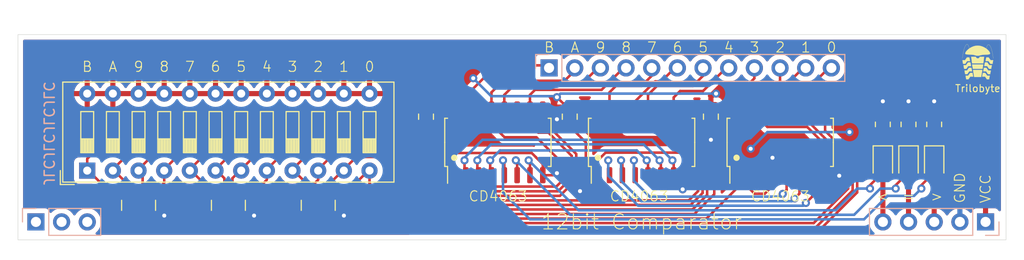
<source format=kicad_pcb>
(kicad_pcb (version 20211014) (generator pcbnew)
  (layers (0 "F.Cu" signal) (31 "B.Cu" signal) (34 "B.Paste" user) (35 "F.Paste" user) (36 "B.SilkS" user "B.Silkscreen") (37 "F.SilkS" user "F.Silkscreen") (38 "B.Mask" user) (39 "F.Mask" user) (44 "Edge.Cuts" user))
  (net 0 "")
  (net 1 "VCC")
  (net 2 "GND")
  (net 3 "Net-(U5-Pad5)")
  (net 4 "Net-(U5-Pad6)")
  (net 5 "Net-(U5-Pad7)")
  (net 6 "COUNT3")
  (net 7 "COUNT2")
  (net 8 "COUNT1")
  (net 9 "COUNT0")
  (net 10 "COUNT7")
  (net 11 "COUNT6")
  (net 12 "COUNT5")
  (net 13 "COUNT4")
  (net 14 "COUNT11")
  (net 15 "COUNT10")
  (net 16 "COUNT9")
  (net 17 "COUNT8")
  (net 18 "~{EQ0}")
  (net 19 "~{GT0}")
  (net 20 "~{LT0}")
  (net 21 "/Horizontal Timing/Comparator/D0_0")
  (net 22 "/Horizontal Timing/Comparator/D0_2")
  (net 23 "/Horizontal Timing/Comparator/D0_1")
  (net 24 "/Horizontal Timing/Comparator/D0_3")
  (net 25 "/Horizontal Timing/Comparator/D0_4")
  (net 26 "/Horizontal Timing/Comparator/D0_6")
  (net 27 "/Horizontal Timing/Comparator/D0_5")
  (net 28 "/Horizontal Timing/Comparator/D0_7")
  (net 29 "/Horizontal Timing/Comparator/D0_8")
  (net 30 "/Horizontal Timing/Comparator/D0_10")
  (net 31 "/Horizontal Timing/Comparator/D0_9")
  (net 32 "/Horizontal Timing/Comparator/D0_11")
  (net 33 "Net-(U4-Pad5)")
  (net 34 "Net-(U4-Pad6)")
  (net 35 "Net-(U4-Pad7)")
  (net 39 "Net-(D4-Pad1)")
  (net 40 "Net-(D5-Pad1)")
  (net 41 "Net-(D6-Pad1)")
  (footprint "LED_SMD:LED_0805_2012Metric" (layer "F.Cu") (at 197.612 99.06 -90)
    (fp_text reference "D6" hide)
    (fp_text value "LED" hide)
  )
  (footprint "Capacitor_SMD:C_0805_2012Metric" (layer "F.Cu") (at 161.544 94.488 -90)
    (fp_text reference "C11" hide)
    (fp_text value "C" hide)
  )
  (footprint "Capacitor_SMD:C_0805_2012Metric" (layer "F.Cu") (at 147.32 94.488 -90)
    (fp_text reference "C12" hide)
    (fp_text value "C" hide)
  )
  (footprint "Resistor_SMD:R_Array_Convex_4x0603" (layer "F.Cu") (at 118.872 103.261021 -90)
    (fp_text reference "RN6" hide)
    (fp_text value "R_Pack04" hide)
  )
  (footprint "Resistor_SMD:R_Array_Convex_4x0603" (layer "F.Cu") (at 136.652 103.261021 -90)
    (fp_text reference "RN4" hide)
    (fp_text value "R_Pack04" hide)
  )
  (footprint "Package_SO:SOIC-16_4.55x10.3mm_P1.27mm" (layer "F.Cu") (at 182.372 97.028 90)
    (fp_text reference "U4" hide)
    (fp_text value "CD4063" hide)
  )
  (footprint "Resistor_SMD:R_0805_2012Metric" (layer "F.Cu") (at 192.532 95.25 90)
    (fp_text reference "R4" hide)
    (fp_text value "R_US" hide)
  )
  (footprint "LED_SMD:LED_0805_2012Metric" (layer "F.Cu") (at 195.072 99.06 -90)
    (fp_text reference "D5" hide)
    (fp_text value "LED" hide)
  )
  (footprint "Resistor_SMD:R_0805_2012Metric" (layer "F.Cu") (at 195.072 95.25 90)
    (fp_text reference "R5" hide)
    (fp_text value "R_US" hide)
  )
  (footprint "Resistor_SMD:R_0805_2012Metric" (layer "F.Cu") (at 197.612 95.25 90)
    (fp_text reference "R6" hide)
    (fp_text value "R_US" hide)
  )
  (footprint "Package_SO:SOIC-16_4.55x10.3mm_P1.27mm" (layer "F.Cu") (at 154.432 97.028 90)
    (fp_text reference "U6" hide)
    (fp_text value "CD4063" hide)
  )
  (footprint "LED_SMD:LED_0805_2012Metric" (layer "F.Cu") (at 192.532 99.06 -90)
    (fp_text reference "D4" hide)
    (fp_text value "LED" hide)
  )
  (footprint "Stephenv6:trilobyte-logo-tiny" (layer "F.Cu") (at 201.92 83.188558)
    (fp_text reference "REF**" hide)
    (fp_text value "trilobyte-logo-tiny" hide)
  )
  (footprint "Button_Switch_THT:SW_DIP_SPSTx12_Slide_9.78x32.66mm_W7.62mm_P2.54mm" (layer "F.Cu") (at 113.787 99.822 90)
    (fp_text reference "SW2" hide)
    (fp_text value "SW_DIP_x12" hide)
  )
  (footprint "Resistor_SMD:R_Array_Convex_4x0603" (layer "F.Cu") (at 127.762 103.261021 -90)
    (fp_text reference "RN5" hide)
    (fp_text value "R_Pack04" hide)
  )
  (footprint "Package_SO:SOIC-16_4.55x10.3mm_P1.27mm" (layer "F.Cu") (at 168.656 97.028 90)
    (fp_text reference "U5" hide)
    (fp_text value "CD4063" hide)
  )
  (footprint "Capacitor_SMD:C_0805_2012Metric" (layer "F.Cu") (at 175.514 94.488 -90)
    (fp_text reference "C13" hide)
    (fp_text value "C" hide)
  )
  (footprint "Connector_PinHeader_2.54mm:PinHeader_1x05_P2.54mm_Vertical" (layer "B.Cu") (at 202.697 104.902 90)
    (fp_text reference "J8" hide)
    (fp_text value "Conn_01x05" hide)
  )
  (footprint "Connector_PinHeader_2.54mm:PinHeader_1x03_P2.54mm_Vertical" (layer "B.Cu") (at 108.712 104.902 -90)
    (fp_text reference "J29" hide)
    (fp_text value "Conn_01x03" hide)
  )
  (footprint "Connector_PinHeader_2.54mm:PinHeader_1x12_P2.54mm_Vertical" (layer "B.Cu") (at 159.497 89.662 -90)
    (fp_text reference "J7" hide)
    (fp_text value "Conn_01x12" hide)
  )
  (gr_circle (center 150.114 98.552) (end 150.368 98.552) (layer "F.SilkS") (width 0.12) (fill solid))
  (gr_circle (center 178.054 98.552) (end 178.308 98.552) (layer "F.SilkS") (width 0.12) (fill solid))
  (gr_circle (center 164.338 98.552) (end 164.592 98.552) (layer "F.SilkS") (width 0.12) (fill solid))
  (gr_rect (start 106.934 106.68) (end 204.724 86.36) (layer "Edge.Cuts") (width 0.05) (fill none))
  (gr_text "JLCJLCJLCJLC" (at 109.982 96.149021 270) (layer "B.SilkS") (effects (font (size 1 1)) (justify mirror)))
  (gr_text "7" (at 123.952 89.545021) (layer "F.SilkS") (effects (font (size 1 1) (thickness 0.1))))
  (gr_text "6" (at 172.212 87.63) (layer "F.SilkS") (effects (font (size 1 1) (thickness 0.1))))
  (gr_text "1" (at 139.192 89.545021) (layer "F.SilkS") (effects (font (size 1 1) (thickness 0.1))))
  (gr_text "<" (at 192.532 102.362) (layer "F.SilkS") (effects (font (size 1 1) (thickness 0.1))))
  (gr_text "=" (at 195.072 102.362) (layer "F.SilkS") (effects (font (size 1 1) (thickness 0.1))))
  (gr_text "0" (at 141.732 89.545021) (layer "F.SilkS") (effects (font (size 1 1) (thickness 0.1))))
  (gr_text "B" (at 159.512 87.63) (layer "F.SilkS") (effects (font (size 1 1) (thickness 0.1))))
  (gr_text "5" (at 129.032 89.545021) (layer "F.SilkS") (effects (font (size 1 1) (thickness 0.1))))
  (gr_text "7" (at 169.672 87.63) (layer "F.SilkS") (effects (font (size 1 1) (thickness 0.1))))
  (gr_text "9" (at 164.592 87.63) (layer "F.SilkS") (effects (font (size 1 1) (thickness 0.1))))
  (gr_text "CD4063" (at 182.387 102.362) (layer "F.SilkS") (effects (font (size 1 1) (thickness 0.1))))
  (gr_text "9" (at 118.872 89.545021) (layer "F.SilkS") (effects (font (size 1 1) (thickness 0.1))))
  (gr_text "VCC" (at 202.692 103.124 90) (layer "F.SilkS") (effects (font (size 1 1) (thickness 0.1)) (justify left)))
  (gr_text "4" (at 177.292 87.63) (layer "F.SilkS") (effects (font (size 1 1) (thickness 0.1))))
  (gr_text "5" (at 174.752 87.63) (layer "F.SilkS") (effects (font (size 1 1) (thickness 0.1))))
  (gr_text "8" (at 121.412 89.545021) (layer "F.SilkS") (effects (font (size 1 1) (thickness 0.1))))
  (gr_text "0" (at 187.452 87.63) (layer "F.SilkS") (effects (font (size 1 1) (thickness 0.1))))
  (gr_text "A" (at 162.052 87.63) (layer "F.SilkS") (effects (font (size 1 1) (thickness 0.1))))
  (gr_text "GND" (at 200.152 103.124 90) (layer "F.SilkS") (effects (font (size 1 1) (thickness 0.1)) (justify left)))
  (gr_text "8" (at 167.132 87.63) (layer "F.SilkS") (effects (font (size 1 1) (thickness 0.1))))
  (gr_text "Trilobyte" (at 201.93 91.694) (layer "F.SilkS") (effects (font (size 0.7 0.7) (thickness 0.1))))
  (gr_text "3" (at 134.112 89.545021) (layer "F.SilkS") (effects (font (size 1 1) (thickness 0.1))))
  (gr_text "6" (at 126.492 89.545021) (layer "F.SilkS") (effects (font (size 1 1) (thickness 0.1))))
  (gr_text "A" (at 116.332 89.545021) (layer "F.SilkS") (effects (font (size 1 1) (thickness 0.1))))
  (gr_text "3" (at 179.832 87.63) (layer "F.SilkS") (effects (font (size 1 1) (thickness 0.1))))
  (gr_text "12bit Comparator" (at 168.656 104.902) (layer "F.SilkS") (effects (font (size 1.5 1.5) (thickness 0.1))))
  (gr_text "B" (at 113.792 89.545021) (layer "F.SilkS") (effects (font (size 1 1) (thickness 0.1))))
  (gr_text "1" (at 184.912 87.63) (layer "F.SilkS") (effects (font (size 1 1) (thickness 0.1))))
  (gr_text "CD4063" (at 154.447 102.362) (layer "F.SilkS") (effects (font (size 1 1) (thickness 0.1))))
  (gr_text "4" (at 131.572 89.545021) (layer "F.SilkS") (effects (font (size 1 1) (thickness 0.1))))
  (gr_text "2" (at 182.372 87.63) (layer "F.SilkS") (effects (font (size 1 1) (thickness 0.1))))
  (gr_text "2" (at 136.652 89.545021) (layer "F.SilkS") (effects (font (size 1 1) (thickness 0.1))))
  (gr_text ">" (at 197.866 102.362) (layer "F.SilkS") (effects (font (size 1 1) (thickness 0.1))))
  (gr_text "CD4063" (at 168.417 102.362) (layer "F.SilkS") (effects (font (size 1 1) (thickness 0.1))))
  (segment (start 149.747 93.538) (end 147.32 93.538) (width 0.25) (layer "F.Cu") (net 1))
  (segment (start 175.514 92.71) (end 176.022 92.202) (width 0.25) (layer "F.Cu") (net 1))
  (segment (start 177.927 96.139) (end 177.927 93.778) (width 0.25) (layer "F.Cu") (net 1))
  (segment (start 164.211 93.778) (end 161.784 93.778) (width 0.25) (layer "F.Cu") (net 1))
  (segment (start 180.467 98.679) (end 177.927 96.139) (width 0.25) (layer "F.Cu") (net 1))
  (segment (start 175.514 93.538) (end 177.687 93.538) (width 0.25) (layer "F.Cu") (net 1))
  (segment (start 161.544 93.538) (end 161.256478 93.538) (width 0.25) (layer "F.Cu") (net 1))
  (segment (start 177.687 93.538) (end 177.927 93.778) (width 0.25) (layer "F.Cu") (net 1))
  (segment (start 175.514 93.538) (end 175.514 92.71) (width 0.25) (layer "F.Cu") (net 1))
  (segment (start 161.256478 93.538) (end 160.274 92.555522) (width 0.25) (layer "F.Cu") (net 1))
  (segment (start 149.987 93.778) (end 149.747 93.538) (width 0.25) (layer "F.Cu") (net 1))
  (segment (start 161.784 93.778) (end 161.544 93.538) (width 0.25) (layer "F.Cu") (net 1))
  (segment (start 180.467 100.278) (end 180.467 98.679) (width 0.25) (layer "F.Cu") (net 1))
  (via (at 160.274 92.555522) (size 0.8) (drill 0.4) (layers "F.Cu" "B.Cu") (net 1))
  (via (at 176.022 92.202) (size 0.8) (drill 0.4) (layers "F.Cu" "B.Cu") (net 1))
  (via (at 151.991896 90.678) (size 0.8) (drill 0.4) (layers "F.Cu" "B.Cu") (net 1))
  (via (at 179.451 97.663) (size 0.8) (drill 0.4) (layers "F.Cu" "B.Cu") (net 1))
  (via (at 189.23 96.012) (size 0.8) (drill 0.4) (layers "F.Cu" "B.Cu") (net 1))
  (segment (start 181.102 96.012) (end 189.23 96.012) (width 0.25) (layer "B.Cu") (net 1))
  (segment (start 160.174478 92.456) (end 160.274 92.555522) (width 0.25) (layer "B.Cu") (net 1))
  (segment (start 179.451 97.663) (end 181.102 96.012) (width 0.25) (layer "B.Cu") (net 1))
  (segment (start 176.022 92.202) (end 160.627522 92.202) (width 0.25) (layer "B.Cu") (net 1))
  (segment (start 160.627522 92.202) (end 160.274 92.555522) (width 0.25) (layer "B.Cu") (net 1))
  (segment (start 153.769896 92.456) (end 160.174478 92.456) (width 0.25) (layer "B.Cu") (net 1))
  (segment (start 151.991896 90.678) (end 153.769896 92.456) (width 0.25) (layer "B.Cu") (net 1))
  (segment (start 192.532 94.3375) (end 192.532 92.964) (width 0.5) (layer "F.Cu") (net 2))
  (segment (start 181.737 101.219) (end 181.737 100.278) (width 0.25) (layer "F.Cu") (net 2))
  (segment (start 157.780099 98.081499) (end 158.204501 98.505901) (width 0.25) (layer "F.Cu") (net 2))
  (segment (start 120.072 104.161021) (end 121.296 104.161021) (width 0.25) (layer "F.Cu") (net 2))
  (segment (start 188.162 100.278) (end 188.214 100.33) (width 0.25) (layer "F.Cu") (net 2))
  (segment (start 160.97 95.438) (end 160.274 94.742) (width 0.25) (layer "F.Cu") (net 2))
  (segment (start 180.848 102.108) (end 181.737 101.219) (width 0.25) (layer "F.Cu") (net 2))
  (segment (start 173.101 101.294945) (end 172.72 101.675945) (width 0.25) (layer "F.Cu") (net 2))
  (segment (start 195.072 94.3375) (end 195.072 92.964) (width 0.5) (layer "F.Cu") (net 2))
  (segment (start 158.204501 98.505901) (end 158.204501 98.514501) (width 0.25) (layer "F.Cu") (net 2))
  (segment (start 175.514 95.438) (end 175.514 96.774) (width 0.25) (layer "F.Cu") (net 2))
  (segment (start 135.452 104.161021) (end 137.852 104.161021) (width 0.25) (layer "F.Cu") (net 2))
  (segment (start 173.101 100.278) (end 173.101 101.294945) (width 0.25) (layer "F.Cu") (net 2))
  (segment (start 179.197 100.278) (end 179.197 101.473) (width 0.25) (layer "F.Cu") (net 2))
  (segment (start 130.186 104.161021) (end 130.302 104.277021) (width 0.25) (layer "F.Cu") (net 2))
  (segment (start 160.072 100.278) (end 160.274 100.076) (width 0.25) (layer "F.Cu") (net 2))
  (segment (start 158.877 99.187) (end 158.877 100.278) (width 0.25) (layer "F.Cu") (net 2))
  (segment (start 139.076 104.161021) (end 139.192 104.277021) (width 0.25) (layer "F.Cu") (net 2))
  (segment (start 186.817 100.278) (end 188.162 100.278) (width 0.25) (layer "F.Cu") (net 2))
  (segment (start 128.962 104.161021) (end 126.562 104.161021) (width 0.25) (layer "F.Cu") (net 2))
  (segment (start 163.134 97.028) (end 163.134 101.28) (width 0.25) (layer "F.Cu") (net 2))
  (segment (start 181.737 100.278) (end 181.737 98.679) (width 0.25) (layer "F.Cu") (net 2))
  (segment (start 121.296 104.161021) (end 121.412 104.277021) (width 0.25) (layer "F.Cu") (net 2))
  (segment (start 163.134 101.28) (end 162.56 101.854) (width 0.25) (layer "F.Cu") (net 2))
  (segment (start 161.544 95.438) (end 163.134 97.028) (width 0.25) (layer "F.Cu") (net 2))
  (segment (start 158.204501 98.514501) (end 158.877 99.187) (width 0.25) (layer "F.Cu") (net 2))
  (segment (start 161.544 95.438) (end 160.97 95.438) (width 0.25) (layer "F.Cu") (net 2))
  (segment (start 179.197 101.473) (end 179.832 102.108) (width 0.25) (layer "F.Cu") (net 2))
  (segment (start 147.32 95.438) (end 149.963499 98.081499) (width 0.25) (layer "F.Cu") (net 2))
  (segment (start 179.832 102.108) (end 180.848 102.108) (width 0.25) (layer "F.Cu") (net 2))
  (segment (start 120.072 104.161021) (end 117.672 104.161021) (width 0.25) (layer "F.Cu") (net 2))
  (segment (start 149.963499 98.081499) (end 157.780099 98.081499) (width 0.25) (layer "F.Cu") (net 2))
  (segment (start 137.852 104.161021) (end 139.076 104.161021) (width 0.25) (layer "F.Cu") (net 2))
  (segment (start 181.737 98.679) (end 181.61 98.552) (width 0.25) (layer "F.Cu") (net 2))
  (segment (start 158.877 100.278) (end 160.072 100.278) (width 0.25) (layer "F.Cu") (net 2))
  (segment (start 197.612 94.3375) (end 197.612 92.964) (width 0.5) (layer "F.Cu") (net 2))
  (segment (start 128.962 104.161021) (end 130.186 104.161021) (width 0.25) (layer "F.Cu") (net 2))
  (via (at 192.532 92.964) (size 0.8) (drill 0.4) (layers "F.Cu" "B.Cu") (net 2))
  (via (at 175.514 96.774) (size 0.8) (drill 0.4) (layers "F.Cu" "B.Cu") (net 2))
  (via (at 172.72 101.675945) (size 0.8) (drill 0.4) (layers "F.Cu" "B.Cu") (net 2))
  (via (at 188.214 100.33) (size 0.8) (drill 0.4) (layers "F.Cu" "B.Cu") (net 2))
  (via (at 139.192 104.277021) (size 0.8) (drill 0.4) (layers "F.Cu" "B.Cu") (net 2))
  (via (at 197.612 92.964) (size 0.8) (drill 0.4) (layers "F.Cu" "B.Cu") (net 2))
  (via (at 121.412 104.277021) (size 0.8) (drill 0.4) (layers "F.Cu" "B.Cu") (net 2))
  (via (at 160.274 100.076) (size 0.8) (drill 0.4) (layers "F.Cu" "B.Cu") (net 2))
  (via (at 195.072 92.964) (size 0.8) (drill 0.4) (layers "F.Cu" "B.Cu") (net 2))
  (via (at 130.302 104.277021) (size 0.8) (drill 0.4) (layers "F.Cu" "B.Cu") (net 2))
  (via (at 160.274 94.742) (size 0.8) (drill 0.4) (layers "F.Cu" "B.Cu") (net 2))
  (via (at 181.61 98.552) (size 0.8) (drill 0.4) (layers "F.Cu" "B.Cu") (net 2))
  (via (at 162.56 101.854) (size 0.8) (drill 0.4) (layers "F.Cu" "B.Cu") (net 2))
  (segment (start 169.291 98.933) (end 169.164 98.806) (width 0.25) (layer "F.Cu") (net 3))
  (segment (start 153.67 100.151) (end 153.797 100.278) (width 0.25) (layer "F.Cu") (net 3))
  (segment (start 169.291 100.278) (end 169.291 98.933) (width 0.25) (layer "F.Cu") (net 3))
  (segment (start 153.67 98.806) (end 153.67 100.151) (width 0.25) (layer "F.Cu") (net 3))
  (via (at 169.164 98.806) (size 0.8) (drill 0.4) (layers "F.Cu" "B.Cu") (net 3))
  (via (at 153.67 98.806) (size 0.8) (drill 0.4) (layers "F.Cu" "B.Cu") (net 3))
  (segment (start 168.185499 97.827499) (end 154.639901 97.827499) (width 0.25) (layer "B.Cu") (net 3))
  (segment (start 153.67 98.7974) (end 153.67 98.806) (width 0.25) (layer "B.Cu") (net 3))
  (segment (start 154.639901 97.827499) (end 153.67 98.7974) (width 0.25) (layer "B.Cu") (net 3))
  (segment (start 169.164 98.806) (end 168.185499 97.827499) (width 0.25) (layer "B.Cu") (net 3))
  (segment (start 170.561 98.933) (end 170.434 98.806) (width 0.25) (layer "F.Cu") (net 4))
  (segment (start 152.4 100.151) (end 152.527 100.278) (width 0.25) (layer "F.Cu") (net 4))
  (segment (start 152.4 98.806) (end 152.4 100.151) (width 0.25) (layer "F.Cu") (net 4))
  (segment (start 170.561 100.278) (end 170.561 98.933) (width 0.25) (layer "F.Cu") (net 4))
  (via (at 152.4 98.806) (size 0.8) (drill 0.4) (layers "F.Cu" "B.Cu") (net 4))
  (via (at 170.434 98.806) (size 0.8) (drill 0.4) (layers "F.Cu" "B.Cu") (net 4))
  (segment (start 168.85151 97.22351) (end 153.757389 97.223511) (width 0.25) (layer "B.Cu") (net 4))
  (segment (start 170.434 98.806) (end 168.85151 97.22351) (width 0.25) (layer "B.Cu") (net 4))
  (segment (start 153.757389 97.223511) (end 152.4 98.5809) (width 0.25) (layer "B.Cu") (net 4))
  (segment (start 152.4 98.5809) (end 152.4 98.806) (width 0.25) (layer "B.Cu") (net 4))
  (segment (start 171.831 98.933) (end 171.704 98.806) (width 0.25) (layer "F.Cu") (net 5))
  (segment (start 151.13 100.151) (end 151.257 100.278) (width 0.25) (layer "F.Cu") (net 5))
  (segment (start 151.13 98.806) (end 151.13 100.151) (width 0.25) (layer "F.Cu") (net 5))
  (segment (start 171.831 100.278) (end 171.831 98.933) (width 0.25) (layer "F.Cu") (net 5))
  (via (at 171.704 98.806) (size 0.8) (drill 0.4) (layers "F.Cu" "B.Cu") (net 5))
  (via (at 151.13 98.806) (size 0.8) (drill 0.4) (layers "F.Cu" "B.Cu") (net 5))
  (segment (start 171.704 98.806) (end 169.672 96.774) (width 0.25) (layer "B.Cu") (net 5))
  (segment (start 169.672 96.774) (end 168.402 96.774) (width 0.25) (layer "B.Cu") (net 5))
  (segment (start 151.638 98.044) (end 151.13 98.552) (width 0.25) (layer "B.Cu") (net 5))
  (segment (start 152.908 96.774) (end 151.638 98.044) (width 0.25) (layer "B.Cu") (net 5))
  (segment (start 168.402 96.774) (end 152.908 96.774) (width 0.25) (layer "B.Cu") (net 5))
  (segment (start 151.13 98.552) (end 151.13 98.806) (width 0.25) (layer "B.Cu") (net 5))
  (segment (start 179.197 91.313) (end 179.197 93.778) (width 0.25) (layer "F.Cu") (net 6))
  (segment (start 179.817 89.408) (end 179.817 90.693) (width 0.25) (layer "F.Cu") (net 6))
  (segment (start 179.817 90.693) (end 179.197 91.313) (width 0.25) (layer "F.Cu") (net 6))
  (segment (start 182.357 90.947) (end 181.737 91.567) (width 0.25) (layer "F.Cu") (net 7))
  (segment (start 182.357 89.408) (end 182.357 90.947) (width 0.25) (layer "F.Cu") (net 7))
  (segment (start 181.737 91.567) (end 181.737 93.778) (width 0.25) (layer "F.Cu") (net 7))
  (segment (start 183.007 91.298) (end 183.007 93.778) (width 0.25) (layer "F.Cu") (net 8))
  (segment (start 184.897 89.408) (end 183.007 91.298) (width 0.25) (layer "F.Cu") (net 8))
  (segment (start 185.547 91.298) (end 185.547 93.778) (width 0.25) (layer "F.Cu") (net 9))
  (segment (start 187.437 89.408) (end 185.547 91.298) (width 0.25) (layer "F.Cu") (net 9))
  (segment (start 165.481 92.075) (end 165.481 93.778) (width 0.25) (layer "F.Cu") (net 10))
  (segment (start 169.657 90.439) (end 168.656 91.44) (width 0.25) (layer "F.Cu") (net 10))
  (segment (start 169.657 89.408) (end 169.657 90.439) (width 0.25) (layer "F.Cu") (net 10))
  (segment (start 168.656 91.44) (end 166.116 91.44) (width 0.25) (layer "F.Cu") (net 10))
  (segment (start 166.116 91.44) (end 165.481 92.075) (width 0.25) (layer "F.Cu") (net 10))
  (segment (start 169.993806 90.99049) (end 168.021 92.963296) (width 0.25) (layer "F.Cu") (net 11))
  (segment (start 170.614511 90.990489) (end 169.993806 90.99049) (width 0.25) (layer "F.Cu") (net 11))
  (segment (start 168.021 92.963296) (end 168.021 93.778) (width 0.25) (layer "F.Cu") (net 11))
  (segment (start 172.197 89.408) (end 170.614511 90.990489) (width 0.25) (layer "F.Cu") (net 11))
  (segment (start 169.291 92.329) (end 169.291 93.778) (width 0.25) (layer "F.Cu") (net 12))
  (segment (start 170.18 91.44) (end 169.291 92.329) (width 0.25) (layer "F.Cu") (net 12))
  (segment (start 174.737 90.439) (end 173.736 91.44) (width 0.25) (layer "F.Cu") (net 12))
  (segment (start 174.737 89.408) (end 174.737 90.439) (width 0.25) (layer "F.Cu") (net 12))
  (segment (start 173.736 91.44) (end 170.18 91.44) (width 0.25) (layer "F.Cu") (net 12))
  (segment (start 172.466 91.948) (end 171.831 92.583) (width 0.25) (layer "F.Cu") (net 13))
  (segment (start 174.737 91.948) (end 172.466 91.948) (width 0.25) (layer "F.Cu") (net 13))
  (segment (start 177.277 89.408) (end 174.737 91.948) (width 0.25) (layer "F.Cu") (net 13))
  (segment (start 171.831 92.583) (end 171.831 93.778) (width 0.25) (layer "F.Cu") (net 13))
  (segment (start 151.257 92.437496) (end 151.257 93.778) (width 0.25) (layer "F.Cu") (net 14))
  (segment (start 154.286496 89.408) (end 151.257 92.437496) (width 0.25) (layer "F.Cu") (net 14))
  (segment (start 159.497 89.408) (end 154.286496 89.408) (width 0.25) (layer "F.Cu") (net 14))
  (segment (start 153.797 92.075) (end 153.797 93.778) (width 0.25) (layer "F.Cu") (net 15))
  (segment (start 162.037 89.408) (end 162.037 89.931) (width 0.25) (layer "F.Cu") (net 15))
  (segment (start 162.037 89.931) (end 161.036 90.932) (width 0.25) (layer "F.Cu") (net 15))
  (segment (start 161.036 90.932) (end 154.94 90.932) (width 0.25) (layer "F.Cu") (net 15))
  (segment (start 154.94 90.932) (end 153.797 92.075) (width 0.25) (layer "F.Cu") (net 15))
  (segment (start 162.603489 91.381511) (end 164.577 89.408) (width 0.25) (layer "F.Cu") (net 16))
  (segment (start 156.014489 91.381511) (end 162.603489 91.381511) (width 0.25) (layer "F.Cu") (net 16))
  (segment (start 155.067 92.329) (end 156.014489 91.381511) (width 0.25) (layer "F.Cu") (net 16))
  (segment (start 155.067 93.778) (end 155.067 92.329) (width 0.25) (layer "F.Cu") (net 16))
  (segment (start 157.607 92.329) (end 157.607 93.778) (width 0.25) (layer "F.Cu") (net 17))
  (segment (start 164.693978 91.831022) (end 158.104978 91.831022) (width 0.25) (layer "F.Cu") (net 17))
  (segment (start 167.117 89.408) (end 164.693978 91.831022) (width 0.25) (layer "F.Cu") (net 17))
  (segment (start 158.104978 91.831022) (end 157.607 92.329) (width 0.25) (layer "F.Cu") (net 17))
  (segment (start 195.072 104.643) (end 195.077 104.648) (width 0.5) (layer "F.Cu") (net 18))
  (segment (start 195.072 99.9975) (end 195.072 104.643) (width 0.5) (layer "F.Cu") (net 18))
  (segment (start 156.337 100.278) (end 156.337 98.933) (width 0.25) (layer "F.Cu") (net 18))
  (segment (start 156.337 98.933) (end 156.21 98.806) (width 0.25) (layer "F.Cu") (net 18))
  (segment (start 193.802 101.2675) (end 195.072 99.9975) (width 0.25) (layer "F.Cu") (net 18))
  (segment (start 193.802 101.6) (end 193.802 101.2675) (width 0.25) (layer "F.Cu") (net 18))
  (via (at 193.802 101.6) (size 0.8) (drill 0.4) (layers "F.Cu" "B.Cu") (net 18))
  (via (at 156.21 98.806) (size 0.8) (drill 0.4) (layers "F.Cu" "B.Cu") (net 18))
  (segment (start 156.21 98.806) (end 161.602489 104.198489) (width 0.25) (layer "B.Cu") (net 18))
  (segment (start 192.2866 101.6) (end 193.802 101.6) (width 0.25) (layer "B.Cu") (net 18))
  (segment (start 189.688111 104.198489) (end 192.2866 101.6) (width 0.25) (layer "B.Cu") (net 18))
  (segment (start 161.602489 104.198489) (end 189.688111 104.198489) (width 0.25) (layer "B.Cu") (net 18))
  (segment (start 197.612 99.9975) (end 197.612 104.643) (width 0.5) (layer "F.Cu") (net 19))
  (segment (start 196.342 101.2675) (end 197.612 99.9975) (width 0.25) (layer "F.Cu") (net 19))
  (segment (start 197.612 104.643) (end 197.617 104.648) (width 0.5) (layer "F.Cu") (net 19))
  (segment (start 196.342 101.6) (end 196.342 101.2675) (width 0.25) (layer "F.Cu") (net 19))
  (segment (start 155.067 98.933) (end 154.94 98.806) (width 0.25) (layer "F.Cu") (net 19))
  (segment (start 155.067 100.278) (end 155.067 98.933) (width 0.25) (layer "F.Cu") (net 19))
  (via (at 154.94 98.806) (size 0.8) (drill 0.4) (layers "F.Cu" "B.Cu") (net 19))
  (via (at 196.342 101.6) (size 0.8) (drill 0.4) (layers "F.Cu" "B.Cu") (net 19))
  (segment (start 192.993901 102.324501) (end 195.617499 102.324501) (width 0.25) (layer "B.Cu") (net 19))
  (segment (start 157.606296 104.648) (end 190.670402 104.648) (width 0.25) (layer "B.Cu") (net 19))
  (segment (start 154.94 101.981704) (end 157.606296 104.648) (width 0.25) (layer "B.Cu") (net 19))
  (segment (start 195.617499 102.324501) (end 196.342 101.6) (width 0.25) (layer "B.Cu") (net 19))
  (segment (start 154.94 98.806) (end 154.94 101.981704) (width 0.25) (layer "B.Cu") (net 19))
  (segment (start 190.670402 104.648) (end 192.993901 102.324501) (width 0.25) (layer "B.Cu") (net 19))
  (segment (start 157.607 98.933) (end 157.48 98.806) (width 0.25) (layer "F.Cu") (net 20))
  (segment (start 192.537 104.648) (end 192.537 100.0025) (width 0.5) (layer "F.Cu") (net 20))
  (segment (start 192.537 100.0025) (end 192.532 99.9975) (width 0.5) (layer "F.Cu") (net 20))
  (segment (start 191.262 101.6) (end 191.262 101.2675) (width 0.25) (layer "F.Cu") (net 20))
  (segment (start 191.262 101.2675) (end 192.532 99.9975) (width 0.25) (layer "F.Cu") (net 20))
  (segment (start 157.607 100.278) (end 157.607 98.933) (width 0.25) (layer "F.Cu") (net 20))
  (via (at 157.48 98.806) (size 0.8) (drill 0.4) (layers "F.Cu" "B.Cu") (net 20))
  (via (at 191.262 101.6) (size 0.8) (drill 0.4) (layers "F.Cu" "B.Cu") (net 20))
  (segment (start 162.422978 103.748978) (end 187.843022 103.748978) (width 0.25) (layer "B.Cu") (net 20))
  (segment (start 189.992 101.6) (end 191.262 101.6) (width 0.25) (layer "B.Cu") (net 20))
  (segment (start 157.48 98.806) (end 162.422978 103.748978) (width 0.25) (layer "B.Cu") (net 20))
  (segment (start 187.843022 103.748978) (end 189.992 101.6) (width 0.25) (layer "B.Cu") (net 20))
  (segment (start 186.817 95.885) (end 186.817 93.778) (width 0.25) (layer "F.Cu") (net 21))
  (segment (start 189.992 99.06) (end 186.817 95.885) (width 0.25) (layer "F.Cu") (net 21))
  (segment (start 141.727 101.081841) (end 146.563159 105.918) (width 0.25) (layer "F.Cu") (net 21))
  (segment (start 139.949 101.483021) (end 138.43 101.483021) (width 0.25) (layer "F.Cu") (net 21))
  (segment (start 138.43 101.483021) (end 137.852 102.061021) (width 0.25) (layer "F.Cu") (net 21))
  (segment (start 146.563159 105.918) (end 186.057112 105.918) (width 0.25) (layer "F.Cu") (net 21))
  (segment (start 189.992 101.983112) (end 189.992 99.06) (width 0.25) (layer "F.Cu") (net 21))
  (segment (start 186.057112 105.918) (end 189.992 101.983112) (width 0.25) (layer "F.Cu") (net 21))
  (segment (start 141.727 99.705021) (end 141.727 101.081841) (width 0.25) (layer "F.Cu") (net 21))
  (segment (start 137.852 102.061021) (end 137.852 102.361021) (width 0.25) (layer "F.Cu") (net 21))
  (segment (start 141.727 99.705021) (end 139.949 101.483021) (width 0.25) (layer "F.Cu") (net 21))
  (segment (start 185.684726 105.018978) (end 189.092978 101.610726) (width 0.25) (layer "F.Cu") (net 22))
  (segment (start 136.647 100.726021) (end 136.252 101.121021) (width 0.25) (layer "F.Cu") (net 22))
  (segment (start 142.603304 98.0256) (end 143.959511 99.381807) (width 0.25) (layer "F.Cu") (net 22))
  (segment (start 136.647 99.705021) (end 136.647 100.726021) (width 0.25) (layer "F.Cu") (net 22))
  (segment (start 143.959511 101.980939) (end 146.99755 105.018978) (width 0.25) (layer "F.Cu") (net 22))
  (segment (start 189.092978 99.548674) (end 188.700292 99.155988) (width 0.25) (layer "F.Cu") (net 22))
  (segment (start 181.102 95.504) (end 180.467 94.869) (width 0.25) (layer "F.Cu") (net 22))
  (segment (start 146.99755 105.018978) (end 185.684726 105.018978) (width 0.25) (layer "F.Cu") (net 22))
  (segment (start 185.047612 95.504) (end 181.102 95.504) (width 0.25) (layer "F.Cu") (net 22))
  (segment (start 188.700292 99.155988) (end 188.6996 99.155988) (width 0.25) (layer "F.Cu") (net 22))
  (segment (start 136.647 99.705021) (end 138.32642 98.025601) (width 0.25) (layer "F.Cu") (net 22))
  (segment (start 180.467 94.869) (end 180.467 93.778) (width 0.25) (layer "F.Cu") (net 22))
  (segment (start 188.6996 99.155988) (end 185.047612 95.504) (width 0.25) (layer "F.Cu") (net 22))
  (segment (start 189.092978 101.610726) (end 189.092978 99.548674) (width 0.25) (layer "F.Cu") (net 22))
  (segment (start 136.252 101.121021) (end 136.252 102.361021) (width 0.25) (layer "F.Cu") (net 22))
  (segment (start 138.32642 98.025601) (end 142.603304 98.0256) (width 0.25) (layer "F.Cu") (net 22))
  (segment (start 143.959511 99.381807) (end 143.959511 101.980939) (width 0.25) (layer "F.Cu") (net 22))
  (segment (start 143.51 102.17849) (end 146.799998 105.468488) (width 0.25) (layer "F.Cu") (net 23))
  (segment (start 139.187 99.705021) (end 137.052 101.840021) (width 0.25) (layer "F.Cu") (net 23))
  (segment (start 142.41711 98.47511) (end 143.51 99.568) (width 0.25) (layer "F.Cu") (net 23))
  (segment (start 143.51 99.568) (end 143.51 102.17849) (width 0.25) (layer "F.Cu") (net 23))
  (segment (start 137.052 101.840021) (end 137.052 102.361021) (width 0.25) (layer "F.Cu") (net 23))
  (segment (start 139.187 99.705021) (end 140.416909 98.475112) (width 0.25) (layer "F.Cu") (net 23))
  (segment (start 189.542488 99.36248) (end 184.277 94.096992) (width 0.25) (layer "F.Cu") (net 23))
  (segment (start 184.277 94.096992) (end 184.277 93.778) (width 0.25) (layer "F.Cu") (net 23))
  (segment (start 185.87092 105.468488) (end 189.542488 101.79692) (width 0.25) (layer "F.Cu") (net 23))
  (segment (start 189.542488 101.79692) (end 189.542488 99.36248) (width 0.25) (layer "F.Cu") (net 23))
  (segment (start 146.799998 105.468488) (end 185.87092 105.468488) (width 0.25) (layer "F.Cu") (net 23))
  (segment (start 140.416909 98.475112) (end 142.41711 98.47511) (width 0.25) (layer "F.Cu") (net 23))
  (segment (start 177.927 101.727) (end 177.927 100.278) (width 0.25) (layer "F.Cu") (net 24))
  (segment (start 146.03748 103.305315) (end 146.057129 103.403557) (width 0.25) (layer "F.Cu") (net 24))
  (segment (start 147.370579 104.569467) (end 175.084532 104.569468) (width 0.25) (layer "F.Cu") (net 24))
  (segment (start 144.40902 101.676851) (end 145.966641 103.234472) (width 0.25) (layer "F.Cu") (net 24))
  (segment (start 147.352191 104.551079) (end 147.370579 104.569467) (width 0.25) (layer "F.Cu") (net 24))
  (segment (start 144.409022 99.195615) (end 144.40902 101.676851) (width 0.25) (layer "F.Cu") (net 24))
  (segment (start 134.107 99.705021) (end 135.123 100.721021) (width 0.25) (layer "F.Cu") (net 24))
  (segment (start 145.966642 103.234477) (end 146.03748 103.305315) (width 0.25) (layer "F.Cu") (net 24))
  (segment (start 142.789498 97.57609) (end 144.409022 99.195615) (width 0.25) (layer "F.Cu") (net 24))
  (segment (start 175.084532 104.569468) (end 177.927 101.727) (width 0.25) (layer "F.Cu") (net 24))
  (segment (start 135.452 101.045021) (end 135.452 102.361021) (width 0.25) (layer "F.Cu") (net 24))
  (segment (start 145.966641 103.234472) (end 145.966642 103.234477) (width 0.25) (layer "F.Cu") (net 24))
  (segment (start 134.107 99.705021) (end 136.235931 97.57609) (width 0.25) (layer "F.Cu") (net 24))
  (segment (start 135.128 100.721021) (end 135.452 101.045021) (width 0.25) (layer "F.Cu") (net 24))
  (segment (start 136.235931 97.57609) (end 142.789498 97.57609) (width 0.25) (layer "F.Cu") (net 24))
  (segment (start 147.204651 104.551079) (end 147.352191 104.551079) (width 0.25) (layer "F.Cu") (net 24))
  (segment (start 146.057129 103.403557) (end 147.204651 104.551079) (width 0.25) (layer "F.Cu") (net 24))
  (segment (start 135.123 100.721021) (end 135.128 100.721021) (width 0.25) (layer "F.Cu") (net 24))
  (segment (start 130.81 101.483021) (end 131.567 100.726021) (width 0.25) (layer "F.Cu") (net 25))
  (segment (start 131.567 99.705021) (end 134.145441 97.12658) (width 0.25) (layer "F.Cu") (net 25))
  (segment (start 129.54 101.483021) (end 130.81 101.483021) (width 0.25) (layer "F.Cu") (net 25))
  (segment (start 146.416152 103.048283) (end 147.469434 104.101565) (width 0.25) (layer "F.Cu") (net 25))
  (segment (start 147.469434 104.101565) (end 147.538381 104.101565) (width 0.25) (layer "F.Cu") (net 25))
  (segment (start 134.145441 97.12658) (end 142.975692 97.12658) (width 0.25) (layer "F.Cu") (net 25))
  (segment (start 147.556772 104.119956) (end 173.885155 104.119957) (width 0.25) (layer "F.Cu") (net 25))
  (segment (start 128.962 102.361021) (end 128.962 102.061021) (width 0.25) (layer "F.Cu") (net 25))
  (segment (start 131.567 100.726021) (end 131.567 99.705021) (width 0.25) (layer "F.Cu") (net 25))
  (segment (start 146.416152 103.048279) (end 146.416152 103.048283) (width 0.25) (layer "F.Cu") (net 25))
  (segment (start 144.858533 99.009422) (end 144.858531 101.490658) (width 0.25) (layer "F.Cu") (net 25))
  (segment (start 173.101 96.009888) (end 173.101 93.778) (width 0.25) (layer "F.Cu") (net 25))
  (segment (start 144.858531 101.490658) (end 146.416152 103.048279) (width 0.25) (layer "F.Cu") (net 25))
  (segment (start 175.846531 102.158581) (end 175.846531 98.755419) (width 0.25) (layer "F.Cu") (net 25))
  (segment (start 128.962 102.061021) (end 129.54 101.483021) (width 0.25) (layer "F.Cu") (net 25))
  (segment (start 173.885155 104.119957) (end 175.846531 102.158581) (width 0.25) (layer "F.Cu") (net 25))
  (segment (start 142.975692 97.12658) (end 144.858533 99.009422) (width 0.25) (layer "F.Cu") (net 25))
  (segment (start 147.538381 104.101565) (end 147.556772 104.119956) (width 0.25) (layer "F.Cu") (net 25))
  (segment (start 175.846531 98.755419) (end 173.101 96.009888) (width 0.25) (layer "F.Cu") (net 25))
  (segment (start 173.512769 103.220935) (end 174.693511 102.040193) (width 0.25) (layer "F.Cu") (net 26))
  (segment (start 167.255901 95.749401) (end 166.751 95.2445) (width 0.25) (layer "F.Cu") (net 26))
  (segment (start 145.757553 101.118272) (end 147.860216 103.220935) (width 0.25) (layer "F.Cu") (net 26))
  (segment (start 166.751 95.2445) (end 166.751 93.778) (width 0.25) (layer "F.Cu") (net 26))
  (segment (start 127.362 100.580021) (end 127.362 102.361021) (width 0.25) (layer "F.Cu") (net 26))
  (segment (start 145.757555 98.637036) (end 145.757553 101.118272) (width 0.25) (layer "F.Cu") (net 26))
  (segment (start 143.348074 96.227555) (end 145.757555 98.637036) (width 0.25) (layer "F.Cu") (net 26))
  (segment (start 174.693511 102.040193) (end 174.69351 98.873806) (width 0.25) (layer "F.Cu") (net 26))
  (segment (start 126.487 99.705021) (end 129.964466 96.227555) (width 0.25) (layer "F.Cu") (net 26))
  (segment (start 171.569105 95.749401) (end 167.255901 95.749401) (width 0.25) (layer "F.Cu") (net 26))
  (segment (start 129.964466 96.227555) (end 143.348074 96.227555) (width 0.25) (layer "F.Cu") (net 26))
  (segment (start 174.69351 98.873806) (end 171.569105 95.749401) (width 0.25) (layer "F.Cu") (net 26))
  (segment (start 126.487 99.705021) (end 127.362 100.580021) (width 0.25) (layer "F.Cu") (net 26))
  (segment (start 147.860216 103.220935) (end 173.512769 103.220935) (width 0.25) (layer "F.Cu") (net 26))
  (segment (start 147.724571 103.652051) (end 147.742965 103.670445) (width 0.25) (layer "F.Cu") (net 27))
  (segment (start 145.308044 98.823229) (end 145.308042 101.304465) (width 0.25) (layer "F.Cu") (net 27))
  (segment (start 173.698963 103.670445) (end 175.143022 102.226386) (width 0.25) (layer "F.Cu") (net 27))
  (segment (start 147.655637 103.652048) (end 147.655641 103.652052) (width 0.25) (layer "F.Cu") (net 27))
  (segment (start 145.308042 101.304465) (end 147.655625 103.652048) (width 0.25) (layer "F.Cu") (net 27))
  (segment (start 129.027 99.705021) (end 128.162 100.570021) (width 0.25) (layer "F.Cu") (net 27))
  (segment (start 170.561 94.105592) (end 170.561 93.778) (width 0.25) (layer "F.Cu") (net 27))
  (segment (start 128.162 100.570021) (end 128.162 102.361021) (width 0.25) (layer "F.Cu") (net 27))
  (segment (start 147.655625 103.652048) (end 147.655637 103.652048) (width 0.25) (layer "F.Cu") (net 27))
  (segment (start 132.054951 96.67707) (end 143.161886 96.67707) (width 0.25) (layer "F.Cu") (net 27))
  (segment (start 143.161886 96.67707) (end 145.308044 98.823229) (width 0.25) (layer "F.Cu") (net 27))
  (segment (start 147.655641 103.652052) (end 147.724571 103.652051) (width 0.25) (layer "F.Cu") (net 27))
  (segment (start 129.027 99.705021) (end 132.054951 96.67707) (width 0.25) (layer "F.Cu") (net 27))
  (segment (start 175.143022 102.226386) (end 175.14302 98.687612) (width 0.25) (layer "F.Cu") (net 27))
  (segment (start 147.742965 103.670445) (end 173.698963 103.670445) (width 0.25) (layer "F.Cu") (net 27))
  (segment (start 175.14302 98.687612) (end 170.561 94.105592) (width 0.25) (layer "F.Cu") (net 27))
  (segment (start 174.244 101.854) (end 173.326578 102.771422) (width 0.25) (layer "F.Cu") (net 28))
  (segment (start 146.207064 100.932079) (end 146.207065 98.450842) (width 0.25) (layer "F.Cu") (net 28))
  (segment (start 173.228 98.044) (end 174.244 99.06) (width 0.25) (layer "F.Cu") (net 28))
  (segment (start 148.046407 102.771422) (end 146.207064 100.932079) (width 0.25) (layer "F.Cu") (net 28))
  (segment (start 143.49064 95.734417) (end 135.622042 95.734417) (width 0.25) (layer "F.Cu") (net 28))
  (segment (start 174.244 99.06) (end 174.244 101.854) (width 0.25) (layer "F.Cu") (net 28))
  (segment (start 135.57841 95.778049) (end 127.873972 95.778049) (width 0.25) (layer "F.Cu") (net 28))
  (segment (start 135.622042 95.734417) (end 135.57841 95.778049) (width 0.25) (layer "F.Cu") (net 28))
  (segment (start 146.207065 98.450842) (end 143.49064 95.734417) (width 0.25) (layer "F.Cu") (net 28))
  (segment (start 126.562 102.320021) (end 126.562 102.361021) (width 0.25) (layer "F.Cu") (net 28))
  (segment (start 165.0914 98.044) (end 173.228 98.044) (width 0.25) (layer "F.Cu") (net 28))
  (segment (start 127.873972 95.778049) (end 123.947 99.705021) (width 0.25) (layer "F.Cu") (net 28))
  (segment (start 173.326578 102.771422) (end 148.046407 102.771422) (width 0.25) (layer "F.Cu") (net 28))
  (segment (start 164.211 100.278) (end 164.211 98.9244) (width 0.25) (layer "F.Cu") (net 28))
  (segment (start 123.947 99.705021) (end 126.562 102.320021) (width 0.25) (layer "F.Cu") (net 28))
  (segment (start 164.211 98.9244) (end 165.0914 98.044) (width 0.25) (layer "F.Cu") (net 28))
  (segment (start 121.407 99.705021) (end 121.407 101.026021) (width 0.25) (layer "F.Cu") (net 29))
  (segment (start 121.407 99.705021) (end 125.783487 95.328534) (width 0.25) (layer "F.Cu") (net 29))
  (segment (start 162.189021 98.179613) (end 158.877 94.867592) (width 0.25) (layer "F.Cu") (net 29))
  (segment (start 143.676833 95.284906) (end 146.656576 98.264649) (width 0.25) (layer "F.Cu") (net 29))
  (segment (start 146.656576 98.264649) (end 146.656576 100.745887) (width 0.25) (layer "F.Cu") (net 29))
  (segment (start 148.214199 102.30351) (end 148.283141 102.303509) (width 0.25) (layer "F.Cu") (net 29))
  (segment (start 125.783487 95.328534) (end 135.392221 95.328534) (width 0.25) (layer "F.Cu") (net 29))
  (segment (start 162.189022 100.702386) (end 162.189021 98.179613) (width 0.25) (layer "F.Cu") (net 29))
  (segment (start 158.877 94.867592) (end 158.877 93.778) (width 0.25) (layer "F.Cu") (net 29))
  (segment (start 160.569497 102.321911) (end 162.189022 100.702386) (width 0.25) (layer "F.Cu") (net 29))
  (segment (start 135.392221 95.328534) (end 135.435849 95.284906) (width 0.25) (layer "F.Cu") (net 29))
  (segment (start 148.301544 102.321912) (end 160.569497 102.321911) (width 0.25) (layer "F.Cu") (net 29))
  (segment (start 135.435849 95.284906) (end 143.676833 95.284906) (width 0.25) (layer "F.Cu") (net 29))
  (segment (start 146.656576 100.745887) (end 148.214199 102.30351) (width 0.25) (layer "F.Cu") (net 29))
  (segment (start 148.283141 102.303509) (end 148.301544 102.321912) (width 0.25) (layer "F.Cu") (net 29))
  (segment (start 121.407 101.026021) (end 120.072 102.361021) (width 0.25) (layer "F.Cu") (net 29))
  (segment (start 135.063462 94.385885) (end 135.133644 94.385885) (width 0.25) (layer "F.Cu") (net 30))
  (segment (start 152.527 93.961394) (end 152.527 93.778) (width 0.25) (layer "F.Cu") (net 30))
  (segment (start 148.586587 101.40449) (end 160.21551 101.40449) (width 0.25) (layer "F.Cu") (net 30))
  (segment (start 158.242 96.52) (end 155.085606 96.52) (width 0.25) (layer "F.Cu") (net 30))
  (segment (start 143.983785 94.320448) (end 147.555596 97.892259) (width 0.25) (layer "F.Cu") (net 30))
  (segment (start 135.154415 94.36096) (end 135.177766 94.358837) (width 0.25) (layer "F.Cu") (net 30))
  (segment (start 116.327 99.705021) (end 118.472 101.850021) (width 0.25) (layer "F.Cu") (net 30))
  (segment (start 135.220218 94.331474) (end 135.242139 94.333667) (width 0.25) (layer "F.Cu") (net 30))
  (segment (start 135.259764 94.320448) (end 143.983785 94.320448) (width 0.25) (layer "F.Cu") (net 30))
  (segment (start 135.220202 94.33148) (end 135.22021 94.331481) (width 0.25) (layer "F.Cu") (net 30))
  (segment (start 160.21551 101.40449) (end 161.289997 100.330003) (width 0.25) (layer "F.Cu") (net 30))
  (segment (start 155.085606 96.52) (end 152.527 93.961394) (width 0.25) (layer "F.Cu") (net 30))
  (segment (start 135.020045 94.429302) (end 135.063462 94.385885) (width 0.25) (layer "F.Cu") (net 30))
  (segment (start 118.472 101.850021) (end 118.472 102.361021) (width 0.25) (layer "F.Cu") (net 30))
  (segment (start 147.555596 97.892259) (end 147.555596 100.373499) (width 0.25) (layer "F.Cu") (net 30))
  (segment (start 161.289998 99.567998) (end 158.242 96.52) (width 0.25) (layer "F.Cu") (net 30))
  (segment (start 161.289997 100.330003) (end 161.289998 99.567998) (width 0.25) (layer "F.Cu") (net 30))
  (segment (start 135.194348 94.342256) (end 135.207031 94.342256) (width 0.25) (layer "F.Cu") (net 30))
  (segment (start 135.133644 94.385885) (end 135.154415 94.36096) (width 0.25) (layer "F.Cu") (net 30))
  (segment (start 135.242139 94.333667) (end 135.259764 94.320448) (width 0.25) (layer "F.Cu") (net 30))
  (segment (start 135.22021 94.331481) (end 135.220218 94.331474) (width 0.25) (layer "F.Cu") (net 30))
  (segment (start 135.207031 94.342256) (end 135.220202 94.33148) (width 0.25) (layer "F.Cu") (net 30))
  (segment (start 121.602719 94.429302) (end 135.020045 94.429302) (width 0.25) (layer "F.Cu") (net 30))
  (segment (start 116.327 99.705021) (end 121.602719 94.429302) (width 0.25) (layer "F.Cu") (net 30))
  (segment (start 135.177766 94.358837) (end 135.194348 94.342256) (width 0.25) (layer "F.Cu") (net 30))
  (segment (start 147.555596 100.373499) (end 148.586587 101.40449) (width 0.25) (layer "F.Cu") (net 30))
  (segment (start 148.487737 101.872401) (end 148.469337 101.854001) (width 0.25) (layer "F.Cu") (net 31))
  (segment (start 118.867 99.705021) (end 119.272 100.110021) (width 0.25) (layer "F.Cu") (net 31))
  (segment (start 135.249655 94.835396) (end 135.206027 94.879024) (width 0.25) (layer "F.Cu") (net 31))
  (segment (start 158.428193 96.070489) (end 159.444194 96.07049) (width 0.25) (layer "F.Cu") (net 31))
  (segment (start 148.469337 101.854001) (end 148.400393 101.854) (width 0.25) (layer "F.Cu") (net 31))
  (segment (start 161.739507 100.516197) (end 160.383304 101.8724) (width 0.25) (layer "F.Cu") (net 31))
  (segment (start 156.337 93.979296) (end 158.428193 96.070489) (width 0.25) (layer "F.Cu") (net 31))
  (segment (start 148.400393 101.854) (end 147.106085 100.559692) (width 0.25) (layer "F.Cu") (net 31))
  (segment (start 119.272 100.110021) (end 119.272 102.361021) (width 0.25) (layer "F.Cu") (net 31))
  (segment (start 143.863029 94.835396) (end 135.249655 94.835396) (width 0.25) (layer "F.Cu") (net 31))
  (segment (start 160.383304 101.8724) (end 148.487737 101.872401) (width 0.25) (layer "F.Cu") (net 31))
  (segment (start 135.206027 94.879024) (end 123.692997 94.879024) (width 0.25) (layer "F.Cu") (net 31))
  (segment (start 147.106086 98.078453) (end 143.863029 94.835396) (width 0.25) (layer "F.Cu") (net 31))
  (segment (start 123.692997 94.879024) (end 118.867 99.705021) (width 0.25) (layer "F.Cu") (net 31))
  (segment (start 156.337 93.778) (end 156.337 93.979296) (width 0.25) (layer "F.Cu") (net 31))
  (segment (start 147.106085 100.559692) (end 147.106086 98.078453) (width 0.25) (layer "F.Cu") (net 31))
  (segment (start 159.444194 96.07049) (end 161.739511 98.365807) (width 0.25) (layer "F.Cu") (net 31))
  (segment (start 161.739511 98.365807) (end 161.739507 100.516197) (width 0.25) (layer "F.Cu") (net 31))
  (segment (start 113.787 98.655021) (end 118.462336 93.979685) (width 0.25) (layer "F.Cu") (net 32))
  (segment (start 135.008167 93.89274) (end 135.039003 93.892741) (width 0.25) (layer "F.Cu") (net 32))
  (segment (start 135.039003 93.892741) (end 135.064338 93.870573) (width 0.25) (layer "F.Cu") (net 32))
  (segment (start 134.974994 93.925906) (end 135.008155 93.892745) (width 0.25) (layer "F.Cu") (net 32))
  (segment (start 135.079696 93.865662) (end 135.086113 93.866304) (width 0.25) (layer "F.Cu") (net 32))
  (segment (start 134.877269 93.936374) (end 134.923104 93.936374) (width 0.25) (layer "F.Cu") (net 32))
  (segment (start 135.008155 93.892745) (end 135.008162 93.892745) (width 0.25) (layer "F.Cu") (net 32))
  (segment (start 135.072971 93.871149) (end 135.079666 93.865671) (width 0.25) (layer "F.Cu") (net 32))
  (segment (start 135.130795 93.851305) (end 135.135342 93.851873) (width 0.25) (layer "F.Cu") (net 32))
  (segment (start 135.086113 93.866304) (end 135.091202 93.862346) (width 0.25) (layer "F.Cu") (net 32))
  (segment (start 135.079683 93.865673) (end 135.079696 93.865662) (width 0.25) (layer "F.Cu") (net 32))
  (segment (start 134.833958 93.979685) (end 134.877269 93.936374) (width 0.25) (layer "F.Cu") (net 32))
  (segment (start 134.92829 93.930152) (end 134.974994 93.925906) (width 0.25) (layer "F.Cu") (net 32))
  (segment (start 148.082 97.782969) (end 148.082 99.568) (width 0.25) (layer "F.Cu") (net 32))
  (segment (start 135.130781 93.851316) (end 135.130795 93.851305) (width 0.25) (layer "F.Cu") (net 32))
  (segment (start 135.008162 93.892745) (end 135.008167 93.89274) (width 0.25) (layer "F.Cu") (net 32))
  (segment (start 117.672 102.361021) (end 116.443 102.361021) (width 0.25) (layer "F.Cu") (net 32))
  (segment (start 144.148156 93.849125) (end 148.082 97.782969) (width 0.25) (layer "F.Cu") (net 32))
  (segment (start 135.135342 93.851873) (end 135.139007 93.849125) (width 0.25) (layer "F.Cu") (net 32))
  (segment (start 148.844 100.33) (end 149.935 100.33) (width 0.25) (layer "F.Cu") (net 32))
  (segment (start 135.064338 93.870573) (end 135.072971 93.871149) (width 0.25) (layer "F.Cu") (net 32))
  (segment (start 149.935 100.33) (end 149.987 100.278) (width 0.25) (layer "F.Cu") (net 32))
  (segment (start 116.443 102.361021) (end 113.787 99.705021) (width 0.25) (layer "F.Cu") (net 32))
  (segment (start 135.079666 93.865671) (end 135.079683 93.865673) (width 0.25) (layer "F.Cu") (net 32))
  (segment (start 135.139007 93.849125) (end 144.148156 93.849125) (width 0.25) (layer "F.Cu") (net 32))
  (segment (start 113.787 99.705021) (end 113.787 98.655021) (width 0.25) (layer "F.Cu") (net 32))
  (segment (start 118.462336 93.979685) (end 134.833958 93.979685) (width 0.25) (layer "F.Cu") (net 32))
  (segment (start 135.109926 93.864687) (end 135.124393 93.853113) (width 0.25) (layer "F.Cu") (net 32))
  (segment (start 134.923104 93.936374) (end 134.92829 93.930152) (width 0.25) (layer "F.Cu") (net 32))
  (segment (start 148.082 99.568) (end 148.844 100.33) (width 0.25) (layer "F.Cu") (net 32))
  (segment (start 135.130764 93.851314) (end 135.130781 93.851316) (width 0.25) (layer "F.Cu") (net 32))
  (segment (start 135.124393 93.853113) (end 135.127944 93.853508) (width 0.25) (layer "F.Cu") (net 32))
  (segment (start 135.091202 93.862346) (end 135.109926 93.864687) (width 0.25) (layer "F.Cu") (net 32))
  (segment (start 135.127944 93.853508) (end 135.130764 93.851314) (width 0.25) (layer "F.Cu") (net 32))
  (segment (start 167.894 98.806) (end 167.894 100.151) (width 0.25) (layer "F.Cu") (net 33))
  (segment (start 167.894 100.151) (end 168.021 100.278) (width 0.25) (layer "F.Cu") (net 33))
  (segment (start 183.007 101.744456) (end 182.626 102.125456) (width 0.25) (layer "F.Cu") (net 33))
  (segment (start 183.007 100.278) (end 183.007 101.744456) (width 0.25) (layer "F.Cu") (net 33))
  (via (at 167.894 98.806) (size 0.8) (drill 0.4) (layers "F.Cu" "B.Cu") (net 33))
  (via (at 182.626 102.125456) (size 0.8) (drill 0.4) (layers "F.Cu" "B.Cu") (net 33))
  (segment (start 167.894 98.806) (end 167.894 100.838) (width 0.25) (layer "B.Cu") (net 33))
  (segment (start 182.351011 102.400445) (end 182.626 102.125456) (width 0.25) (layer "B.Cu") (net 33))
  (segment (start 167.894 100.838) (end 169.456445 102.400445) (width 0.25) (layer "B.Cu") (net 33))
  (segment (start 169.456445 102.400445) (end 182.351011 102.400445) (width 0.25) (layer "B.Cu") (net 33))
  (segment (start 184.277 102.09931) (end 183.801343 102.574967) (width 0.25) (layer "F.Cu") (net 34))
  (segment (start 184.277 100.278) (end 184.277 102.09931) (width 0.25) (layer "F.Cu") (net 34))
  (segment (start 166.751 100.278) (end 166.751 98.933) (width 0.25) (layer "F.Cu") (net 34))
  (segment (start 166.751 98.933) (end 166.624 98.806) (width 0.25) (layer "F.Cu") (net 34))
  (via (at 183.801343 102.574967) (size 0.8) (drill 0.4) (layers "F.Cu" "B.Cu") (net 34))
  (via (at 166.624 98.806) (size 0.8) (drill 0.4) (layers "F.Cu" "B.Cu") (net 34))
  (segment (start 166.624 98.806) (end 166.624 100.838) (width 0.25) (layer "B.Cu") (net 34))
  (segment (start 168.635956 102.849956) (end 183.526354 102.849956) (width 0.25) (layer "B.Cu") (net 34))
  (segment (start 183.526354 102.849956) (end 183.801343 102.574967) (width 0.25) (layer "B.Cu") (net 34))
  (segment (start 166.624 100.838) (end 168.635956 102.849956) (width 0.25) (layer "B.Cu") (net 34))
  (segment (start 165.354 100.151) (end 165.481 100.278) (width 0.25) (layer "F.Cu") (net 35))
  (segment (start 185.547 100.278) (end 185.547 102.389478) (width 0.25) (layer "F.Cu") (net 35))
  (segment (start 185.547 102.389478) (end 184.912 103.024478) (width 0.25) (layer "F.Cu") (net 35))
  (segment (start 165.354 98.806) (end 165.354 100.151) (width 0.25) (layer "F.Cu") (net 35))
  (via (at 184.912 103.024478) (size 0.8) (drill 0.4) (layers "F.Cu" "B.Cu") (net 35))
  (via (at 165.354 98.806) (size 0.8) (drill 0.4) (layers "F.Cu" "B.Cu") (net 35))
  (segment (start 184.637011 103.299467) (end 184.912 103.024478) (width 0.25) (layer "B.Cu") (net 35))
  (segment (start 165.354 98.806) (end 165.354 100.33) (width 0.25) (layer "B.Cu") (net 35))
  (segment (start 168.323467 103.299467) (end 184.637011 103.299467) (width 0.25) (layer "B.Cu") (net 35))
  (segment (start 165.354 100.33) (end 168.323467 103.299467) (width 0.25) (layer "B.Cu") (net 35))
  (segment (start 192.532 96.1625) (end 192.532 98.1225) (width 0.5) (layer "F.Cu") (net 39))
  (segment (start 195.072 98.1225) (end 195.072 96.1625) (width 0.5) (layer "F.Cu") (net 40))
  (segment (start 197.612 96.1625) (end 197.612 98.1225) (width 0.5) (layer "F.Cu") (net 41))
  (zone (net 1) (net_name "VCC") (layer "F.Cu") (connect_pads (clearance 0.508)) (min_thickness 0.254) (fill yes (thermal_gap 0.508) (thermal_bridge_width 0.508))
    (polygon (pts (xy 205.74 107.442) (xy 106.172 107.696) (xy 106.168083 85.598011) (xy 204.974083 85.344011)))
  )
  (zone (net 2) (net_name "GND") (layer "B.Cu") (connect_pads (clearance 0.508)) (min_thickness 0.254) (fill yes (thermal_gap 0.508) (thermal_bridge_width 0.508))
    (polygon (pts (xy 206.502 108.204) (xy 105.156 108.712) (xy 105.41 85.09) (xy 205.74 85.09)))
  )
)
</source>
